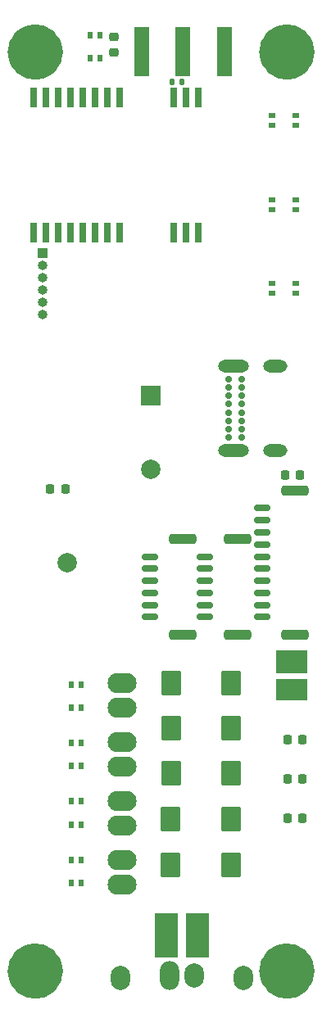
<source format=gbs>
%TF.GenerationSoftware,KiCad,Pcbnew,(6.0.1)*%
%TF.CreationDate,2022-09-22T22:33:38+02:00*%
%TF.ProjectId,kp-ptr,6b702d70-7472-42e6-9b69-6361645f7063,rev?*%
%TF.SameCoordinates,Original*%
%TF.FileFunction,Soldermask,Bot*%
%TF.FilePolarity,Negative*%
%FSLAX46Y46*%
G04 Gerber Fmt 4.6, Leading zero omitted, Abs format (unit mm)*
G04 Created by KiCad (PCBNEW (6.0.1)) date 2022-09-22 22:33:38*
%MOMM*%
%LPD*%
G01*
G04 APERTURE LIST*
G04 Aperture macros list*
%AMRoundRect*
0 Rectangle with rounded corners*
0 $1 Rounding radius*
0 $2 $3 $4 $5 $6 $7 $8 $9 X,Y pos of 4 corners*
0 Add a 4 corners polygon primitive as box body*
4,1,4,$2,$3,$4,$5,$6,$7,$8,$9,$2,$3,0*
0 Add four circle primitives for the rounded corners*
1,1,$1+$1,$2,$3*
1,1,$1+$1,$4,$5*
1,1,$1+$1,$6,$7*
1,1,$1+$1,$8,$9*
0 Add four rect primitives between the rounded corners*
20,1,$1+$1,$2,$3,$4,$5,0*
20,1,$1+$1,$4,$5,$6,$7,0*
20,1,$1+$1,$6,$7,$8,$9,0*
20,1,$1+$1,$8,$9,$2,$3,0*%
G04 Aperture macros list end*
%ADD10C,2.850000*%
%ADD11R,1.000000X1.000000*%
%ADD12O,1.000000X1.000000*%
%ADD13RoundRect,0.250000X0.787500X1.025000X-0.787500X1.025000X-0.787500X-1.025000X0.787500X-1.025000X0*%
%ADD14O,2.000000X2.500000*%
%ADD15O,2.000000X3.000000*%
%ADD16R,2.413000X4.572000*%
%ADD17R,0.800000X2.000000*%
%ADD18RoundRect,0.150000X0.700000X-0.150000X0.700000X0.150000X-0.700000X0.150000X-0.700000X-0.150000X0*%
%ADD19RoundRect,0.250000X1.150000X-0.250000X1.150000X0.250000X-1.150000X0.250000X-1.150000X-0.250000X0*%
%ADD20C,0.700000*%
%ADD21O,3.200000X1.300000*%
%ADD22O,2.500000X1.300000*%
%ADD23RoundRect,1.050000X0.450000X0.000000X0.450000X0.000000X-0.450000X0.000000X-0.450000X0.000000X0*%
%ADD24R,0.736600X0.609600*%
%ADD25R,1.500000X5.080000*%
%ADD26C,2.000000*%
%ADD27R,0.609600X0.736600*%
%ADD28RoundRect,0.218750X0.218750X0.256250X-0.218750X0.256250X-0.218750X-0.256250X0.218750X-0.256250X0*%
%ADD29RoundRect,0.218750X-0.256250X0.218750X-0.256250X-0.218750X0.256250X-0.218750X0.256250X0.218750X0*%
%ADD30RoundRect,0.218750X-0.218750X-0.256250X0.218750X-0.256250X0.218750X0.256250X-0.218750X0.256250X0*%
%ADD31R,2.000000X2.000000*%
%ADD32RoundRect,0.147500X-0.147500X-0.172500X0.147500X-0.172500X0.147500X0.172500X-0.147500X0.172500X0*%
%ADD33R,3.302000X2.286000*%
%ADD34R,3.302000X2.447000*%
G04 APERTURE END LIST*
D10*
X171025000Y-129600000D02*
G75*
G03*
X171025000Y-129600000I-1425000J0D01*
G01*
X171025000Y-34600000D02*
G75*
G03*
X171025000Y-34600000I-1425000J0D01*
G01*
X145025000Y-129600000D02*
G75*
G03*
X145025000Y-129600000I-1425000J0D01*
G01*
X145025000Y-34600000D02*
G75*
G03*
X145025000Y-34600000I-1425000J0D01*
G01*
D11*
%TO.C,J1*%
X144399000Y-55372000D03*
D12*
X144399000Y-56642000D03*
X144399000Y-57912000D03*
X144399000Y-59182000D03*
X144399000Y-60452000D03*
X144399000Y-61722000D03*
%TD*%
D13*
%TO.C,C38*%
X163792900Y-113893600D03*
X157567900Y-113893600D03*
%TD*%
D14*
%TO.C,J2*%
X165100000Y-130280800D03*
D15*
X157480000Y-130030800D03*
D14*
X152400000Y-130280800D03*
X160020000Y-130030800D03*
D16*
X160337500Y-125907800D03*
X157162500Y-125907800D03*
%TD*%
D13*
%TO.C,C59*%
X163843700Y-109169200D03*
X157618700Y-109169200D03*
%TD*%
D17*
%TO.C,IC2*%
X160434800Y-53278800D03*
X159164800Y-53278800D03*
X157894800Y-53278800D03*
X152324800Y-53278800D03*
X151054800Y-53278800D03*
X149784800Y-53278800D03*
X148514800Y-53278800D03*
X147244800Y-53278800D03*
X145974800Y-53278800D03*
X144704800Y-53278800D03*
X143434800Y-53278800D03*
X143434800Y-39278800D03*
X144704800Y-39278800D03*
X145974800Y-39278800D03*
X147244800Y-39278800D03*
X148514800Y-39278800D03*
X149784800Y-39278800D03*
X151054800Y-39278800D03*
X152324800Y-39278800D03*
X157894800Y-39278800D03*
X159164800Y-39278800D03*
X160434800Y-39278800D03*
%TD*%
D18*
%TO.C,J6*%
X167050000Y-93001000D03*
X167050000Y-91751000D03*
X167050000Y-90501000D03*
X167050000Y-89251000D03*
X167050000Y-88001000D03*
X167050000Y-86751000D03*
X167050000Y-85501000D03*
X167050000Y-84251000D03*
X167050000Y-83001000D03*
X167050000Y-81751000D03*
D19*
X170400000Y-79901000D03*
X170400000Y-94851000D03*
%TD*%
D13*
%TO.C,C66*%
X163792900Y-118618000D03*
X157567900Y-118618000D03*
%TD*%
D20*
%TO.C,J4*%
X163578000Y-68449800D03*
X163578000Y-69299800D03*
X163578000Y-70149800D03*
X163578000Y-70999800D03*
X163578000Y-71849800D03*
X163578000Y-72699800D03*
X163578000Y-73549800D03*
X163578000Y-74399800D03*
X164928000Y-74399800D03*
X164928000Y-73549800D03*
X164928000Y-72699800D03*
X164928000Y-71849800D03*
X164928000Y-70999800D03*
X164928000Y-70149800D03*
X164928000Y-69299800D03*
X164928000Y-68449800D03*
D21*
X164078000Y-75749800D03*
D22*
X168378000Y-75749800D03*
X168378000Y-67099800D03*
D21*
X164078000Y-67099800D03*
%TD*%
D23*
%TO.C,J12*%
X152600000Y-108474333D03*
X152600000Y-105934333D03*
%TD*%
D24*
%TO.C,D12*%
X170484800Y-41156001D03*
X170484800Y-42155999D03*
X168097200Y-42155999D03*
X168097200Y-41156001D03*
%TD*%
D25*
%TO.C,J5*%
X158877000Y-34594800D03*
X163127000Y-34594800D03*
X154627000Y-34594800D03*
%TD*%
D13*
%TO.C,C60*%
X163843700Y-104495600D03*
X157618700Y-104495600D03*
%TD*%
D26*
%TO.C,ANT1*%
X146928000Y-87376000D03*
%TD*%
D27*
%TO.C,D13*%
X149258401Y-32842200D03*
X150258399Y-32842200D03*
X150258399Y-35229800D03*
X149258401Y-35229800D03*
%TD*%
D18*
%TO.C,J9*%
X161150000Y-93001000D03*
X161150000Y-91751000D03*
X161150000Y-90501000D03*
X161150000Y-89251000D03*
X161150000Y-88001000D03*
X161150000Y-86751000D03*
D19*
X164500000Y-84901000D03*
X164500000Y-94851000D03*
%TD*%
D23*
%TO.C,J11*%
X152600000Y-114547666D03*
X152600000Y-112007666D03*
%TD*%
D28*
%TO.C,D7*%
X171221500Y-105714800D03*
X169646500Y-105714800D03*
%TD*%
D29*
%TO.C,D9*%
X151688800Y-33045300D03*
X151688800Y-34620300D03*
%TD*%
D30*
%TO.C,D1*%
X145135500Y-79756000D03*
X146710500Y-79756000D03*
%TD*%
D31*
%TO.C,LS1*%
X155575000Y-70114000D03*
D26*
X155575000Y-77714000D03*
%TD*%
D27*
%TO.C,D17*%
X148327999Y-108415666D03*
X147328001Y-108415666D03*
X147328001Y-106028066D03*
X148327999Y-106028066D03*
%TD*%
%TO.C,D16*%
X148327999Y-102387400D03*
X147328001Y-102387400D03*
X147328001Y-99999800D03*
X148327999Y-99999800D03*
%TD*%
D18*
%TO.C,J8*%
X155450000Y-93001000D03*
X155450000Y-91751000D03*
X155450000Y-90501000D03*
X155450000Y-89251000D03*
X155450000Y-88001000D03*
X155450000Y-86751000D03*
D19*
X158800000Y-84901000D03*
X158800000Y-94851000D03*
%TD*%
D23*
%TO.C,J13*%
X152600000Y-102401000D03*
X152600000Y-99861000D03*
%TD*%
D13*
%TO.C,C61*%
X163843700Y-99822000D03*
X157618700Y-99822000D03*
%TD*%
D32*
%TO.C,D8*%
X157757000Y-37693600D03*
X158727000Y-37693600D03*
%TD*%
D24*
%TO.C,D10*%
X170484800Y-58555001D03*
X170484800Y-59554999D03*
X168097200Y-59554999D03*
X168097200Y-58555001D03*
%TD*%
D23*
%TO.C,J10*%
X152600000Y-120620999D03*
X152600000Y-118080999D03*
%TD*%
D33*
%TO.C,J7*%
X170078400Y-100507800D03*
D34*
X170078400Y-97667300D03*
%TD*%
D27*
%TO.C,D18*%
X148327999Y-114443932D03*
X147328001Y-114443932D03*
X147328001Y-112056332D03*
X148327999Y-112056332D03*
%TD*%
D24*
%TO.C,D11*%
X170484800Y-49855501D03*
X170484800Y-50855499D03*
X168097200Y-50855499D03*
X168097200Y-49855501D03*
%TD*%
D28*
%TO.C,D5*%
X171221500Y-113842800D03*
X169646500Y-113842800D03*
%TD*%
%TO.C,D15*%
X170967500Y-78359000D03*
X169392500Y-78359000D03*
%TD*%
D27*
%TO.C,D19*%
X148327999Y-120472200D03*
X147328001Y-120472200D03*
X147328001Y-118084600D03*
X148327999Y-118084600D03*
%TD*%
D28*
%TO.C,D6*%
X171221500Y-109778800D03*
X169646500Y-109778800D03*
%TD*%
M02*

</source>
